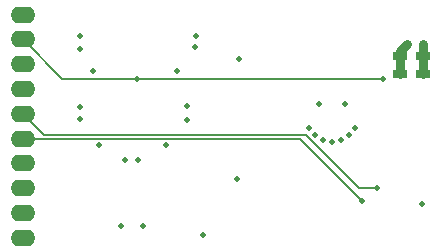
<source format=gbr>
%TF.GenerationSoftware,KiCad,Pcbnew,(5.1.9)-1*%
%TF.CreationDate,2022-04-05T10:11:24-05:00*%
%TF.ProjectId,iPod Bluetooth I2C Bridge,69506f64-2042-46c7-9565-746f6f746820,rev?*%
%TF.SameCoordinates,Original*%
%TF.FileFunction,Copper,L4,Bot*%
%TF.FilePolarity,Positive*%
%FSLAX46Y46*%
G04 Gerber Fmt 4.6, Leading zero omitted, Abs format (unit mm)*
G04 Created by KiCad (PCBNEW (5.1.9)-1) date 2022-04-05 10:11:24*
%MOMM*%
%LPD*%
G01*
G04 APERTURE LIST*
%TA.AperFunction,ComponentPad*%
%ADD10O,2.100000X1.400000*%
%TD*%
%TA.AperFunction,SMDPad,CuDef*%
%ADD11R,1.200000X0.750000*%
%TD*%
%TA.AperFunction,ViaPad*%
%ADD12C,0.508000*%
%TD*%
%TA.AperFunction,Conductor*%
%ADD13C,0.762000*%
%TD*%
%TA.AperFunction,Conductor*%
%ADD14C,0.152400*%
%TD*%
G04 APERTURE END LIST*
D10*
%TO.P,J1,10*%
%TO.N,GND*%
X34417000Y-49920000D03*
%TO.P,J1,9*%
%TO.N,IIS_BCLK_1v8*%
X34417000Y-47820000D03*
%TO.P,J1,8*%
%TO.N,IIS_WS_1v8*%
X34417000Y-45720000D03*
%TO.P,J1,7*%
%TO.N,IIS_SD_1v8*%
X34417000Y-43620000D03*
%TO.P,J1,6*%
%TO.N,RX*%
X34417000Y-41520000D03*
%TO.P,J1,5*%
%TO.N,TX*%
X34417000Y-39420000D03*
%TO.P,J1,4*%
%TO.N,GND*%
X34417000Y-37320000D03*
%TO.P,J1,3*%
%TO.N,ESP_BOOT*%
X34417000Y-35220000D03*
%TO.P,J1,2*%
%TO.N,RST*%
X34417000Y-33120000D03*
%TO.P,J1,1*%
%TO.N,+BATT*%
X34417000Y-31020000D03*
%TD*%
D11*
%TO.P,C5,1*%
%TO.N,+3V3*%
X66360000Y-36068000D03*
%TO.P,C5,2*%
%TO.N,GND*%
X68260000Y-36068000D03*
%TD*%
%TO.P,C4,1*%
%TO.N,+3V3*%
X66360000Y-34518600D03*
%TO.P,C4,2*%
%TO.N,GND*%
X68260000Y-34518600D03*
%TD*%
D12*
%TO.N,+BATT*%
X39242948Y-38820000D03*
%TO.N,GND*%
X39242948Y-39878052D03*
X61341000Y-41656000D03*
X59817000Y-41656000D03*
X59461400Y-38633400D03*
X62001400Y-41224200D03*
X60579000Y-41808400D03*
X61696600Y-38633400D03*
X59156600Y-41224200D03*
X62509400Y-40665400D03*
X58648600Y-40665400D03*
X68326000Y-33528000D03*
X40386000Y-35814000D03*
X68250026Y-47041026D03*
X42754000Y-48940000D03*
X49022000Y-33782000D03*
X48345007Y-39919993D03*
X52705000Y-34798000D03*
X43053158Y-43307000D03*
X44196000Y-43307000D03*
X39242948Y-33909052D03*
%TO.N,+3V3*%
X66929000Y-33528000D03*
X52577984Y-44958000D03*
X44622000Y-48940050D03*
X49063983Y-32851017D03*
X46523976Y-42079010D03*
X47498000Y-35814000D03*
%TO.N,+1V8*%
X40851990Y-42079010D03*
X48283020Y-38800990D03*
%TO.N,TX*%
X64440024Y-45720000D03*
%TO.N,RX*%
X63170000Y-46812000D03*
%TO.N,+BATT*%
X39242948Y-32851000D03*
%TO.N,ESP_BOOT*%
X49657000Y-49657000D03*
%TO.N,RST*%
X44069004Y-36449000D03*
X64897000Y-36449000D03*
%TD*%
D13*
%TO.N,GND*%
X68260000Y-36068000D02*
X68260000Y-34518600D01*
X68260000Y-33594000D02*
X68326000Y-33528000D01*
X68260000Y-34518600D02*
X68260000Y-33594000D01*
%TO.N,+3V3*%
X66360000Y-36068000D02*
X66360000Y-34518600D01*
X66360000Y-34097000D02*
X66929000Y-33528000D01*
X66360000Y-34518600D02*
X66360000Y-34097000D01*
D14*
%TO.N,TX*%
X62865000Y-45720000D02*
X64440024Y-45720000D01*
X34417000Y-39420000D02*
X36212189Y-41215189D01*
X36212189Y-41215189D02*
X58360190Y-41215190D01*
X58360190Y-41215190D02*
X62865000Y-45720000D01*
%TO.N,RX*%
X34417000Y-41520000D02*
X57878000Y-41520000D01*
X57878000Y-41520000D02*
X63170000Y-46812000D01*
%TO.N,RST*%
X44069004Y-36322002D02*
X44069004Y-36449000D01*
X64897000Y-36449000D02*
X44069004Y-36449000D01*
X44069004Y-36449000D02*
X37746000Y-36449000D01*
X37746000Y-36449000D02*
X34417000Y-33120000D01*
%TD*%
M02*

</source>
